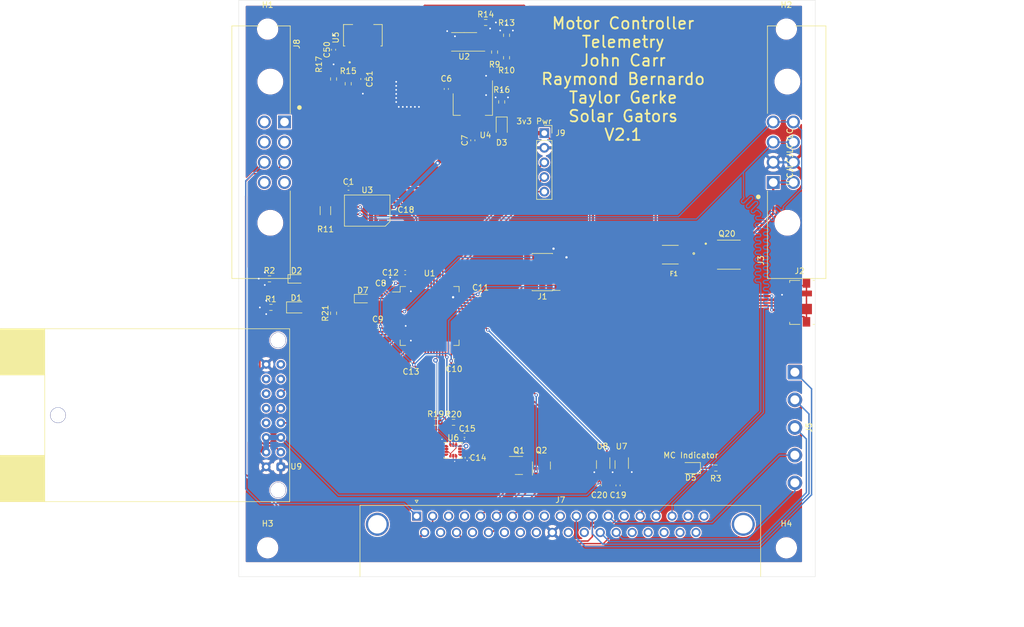
<source format=kicad_pcb>
(kicad_pcb (version 20211014) (generator pcbnew)
  (layers (0 "F.Cu" signal) (31 "B.Cu" signal) (34 "B.Paste" user) (35 "F.Paste" user) (36 "B.SilkS" user "B.Silkscreen") (37 "F.SilkS" user "F.Silkscreen") (38 "B.Mask" user) (39 "F.Mask" user) (44 "Edge.Cuts" user))
  (net 0 "")
  (net 1 "GND")
  (net 2 "+3V3")
  (net 3 "+12V")
  (net 4 "/5v_Reg")
  (net 5 "+5V")
  (net 6 "/Board_OK")
  (net 7 "Net-(D1-Pad1)")
  (net 8 "/Error")
  (net 9 "Net-(D2-Pad1)")
  (net 10 "Net-(D3-Pad1)")
  (net 11 "/Indicator+")
  (net 12 "Net-(D5-Pad1)")
  (net 13 "/NRST")
  (net 14 "/TCK")
  (net 15 "/TMS")
  (net 17 "/D+")
  (net 18 "/D-")
  (net 19 "/5v_USB")
  (net 20 "/CAN-")
  (net 21 "/CAN+")
  (net 22 "/Regen")
  (net 23 "/Accel")
  (net 24 "/Main+")
  (net 25 "/Eco-")
  (net 26 "/Eco+")
  (net 27 "/Main-")
  (net 28 "/PPS")
  (net 29 "/GPS_TxD")
  (net 30 "/GPS_RxD")
  (net 31 "/Eco_En")
  (net 32 "/PWR_STAT")
  (net 33 "/VSNS")
  (net 34 "Net-(R14-Pad1)")
  (net 35 "Net-(C50-Pad1)")
  (net 36 "/SDA_IMU")
  (net 37 "/SCL_IMU")
  (net 38 "/TXD")
  (net 39 "/RXD")
  (net 40 "/Accel_CS")
  (net 41 "/Regen_CS")
  (net 42 "/DAC_MOSI")
  (net 43 "/DAC_SCK")
  (net 44 "/INT2_IMU")
  (net 45 "/RF_Tx")
  (net 46 "/RF_Rx")
  (net 47 "/RTS")
  (net 48 "/CTS")
  (net 49 "/Rev-")
  (net 50 "/Rev+")
  (net 51 "/Rev_En")
  (net 55 "unconnected-(J2-Pad6)")
  (net 56 "Net-(R21-Pad2)")
  (net 57 "/CAN_Fault")
  (net 59 "/Accel-")
  (net 60 "/Accel+")
  (net 61 "/Regen-")
  (net 65 "/MAP_GND")
  (net 66 "/MAP_Bit0")
  (net 67 "/MAP_Bit1")
  (net 68 "/Indicator-")
  (net 71 "/Regen+")
  (net 77 "/MAP_Bit2")
  (net 78 "/MAP_Bit3")
  (net 106 "/IMU_CS")
  (net 112 "/INT1_IMU")
  (net 125 "/12V_safe")
  (net 126 "Net-(F1-Pad1)")
  (footprint "Capacitor_SMD:C_0402_1005Metric" (layer "F.Cu") (at 94.025 92.6 180)
    (fp_text reference "C1")
    (fp_text value "100nF")
  )
  (footprint "Capacitor_SMD:C_0402_1005Metric" (layer "F.Cu") (at 111 75.385 -90)
    (fp_text reference "C6")
    (fp_text value "1uF")
  )
  (footprint "Capacitor_SMD:C_0402_1005Metric" (layer "F.Cu") (at 115.6 84.3 -90)
    (fp_text reference "C7")
    (fp_text value "1uF")
  )
  (footprint "Capacitor_SMD:C_0402_1005Metric" (layer "F.Cu") (at 101.75 109.1 180)
    (fp_text reference "C8")
    (fp_text value "10nF")
  )
  (footprint "Capacitor_SMD:C_0402_1005Metric" (layer "F.Cu") (at 99.1132 116.586 180)
    (fp_text reference "C9")
    (fp_text value "1uF")
  )
  (footprint "Capacitor_SMD:C_0402_1005Metric" (layer "F.Cu") (at 112.3442 122.5804)
    (fp_text reference "C10")
    (fp_text value "100nF")
  )
  (footprint "Capacitor_SMD:C_0402_1005Metric" (layer "F.Cu") (at 116.944 111.0234)
    (fp_text reference "C11")
    (fp_text value "100nF")
  )
  (footprint "Capacitor_SMD:C_0402_1005Metric" (layer "F.Cu") (at 104.8742 123.2662 180)
    (fp_text reference "C13")
    (fp_text value "4.7uF")
  )
  (footprint "Capacitor_SMD:C_0402_1005Metric" (layer "F.Cu") (at 101.91 96.345 -90)
    (fp_text reference "C18")
    (fp_text value "100nF")
  )
  (footprint "MountingHole:MountingHole_3.2mm_M3" (layer "F.Cu") (at 80 65)
    (fp_text reference "H1")
    (fp_text value "MountingHole")
  )
  (footprint "MountingHole:MountingHole_3.2mm_M3" (layer "F.Cu") (at 170 65)
    (fp_text reference "H2")
    (fp_text value "MountingHole")
  )
  (footprint "MountingHole:MountingHole_3.2mm_M3" (layer "F.Cu") (at 170 155)
    (fp_text reference "H4")
    (fp_text value "MountingHole")
  )
  (footprint "Connector_PinHeader_1.27mm:PinHeader_2x05_P1.27mm_Vertical_SMD" (layer "F.Cu") (at 127.6604 107.1626 180)
    (fp_text reference "J1")
    (fp_text value "Conn_ARM_JTAG_SWD_10")
  )
  (footprint "Connector_USB:USB_Micro-B_Molex_47346-0001" (layer "F.Cu") (at 172.29 112.42 90)
    (fp_text reference "J2")
    (fp_text value "USB_B_Micro")
  )
  (footprint "34830-0801 (1):MOLEX_34830-0801" (layer "F.Cu") (at 80.4625 86.36 -90)
    (fp_text reference "J8")
    (fp_text value "34830-0801")
  )
  (footprint "Connector_PinSocket_2.54mm:PinSocket_1x05_P2.54mm_Vertical" (layer "F.Cu") (at 128 83.05)
    (fp_text reference "J9")
    (fp_text value "GPS")
  )
  (footprint "Package_TO_SOT_SMD:SOT-23" (layer "F.Cu") (at 123.5964 140.716)
    (fp_text reference "Q1")
    (fp_text value "Q_NMOS_GDS")
  )
  (footprint "Resistor_SMD:R_0603_1608Metric" (layer "F.Cu") (at 119.38 68.9875 -90)
    (fp_text reference "R9")
    (fp_text value "10k")
  )
  (footprint "Resistor_SMD:R_1206_3216Metric_Pad1.30x1.75mm_HandSolder" (layer "F.Cu") (at 90.025 96.5 -90)
    (fp_text reference "R11")
    (fp_text value "120")
  )
  (footprint "Resistor_SMD:R_0603_1608Metric" (layer "F.Cu") (at 121.4536 66.0674 90)
    (fp_text reference "R13")
    (fp_text value "10k")
  )
  (footprint "Resistor_SMD:R_0603_1608Metric" (layer "F.Cu") (at 117.8275 63.85)
    (fp_text reference "R14")
    (fp_text value "220")
  )
  (footprint "Resistor_SMD:R_0603_1608Metric" (layer "F.Cu") (at 120.612 77.6394 90)
    (fp_text reference "R16")
    (fp_text value "1k")
  )
  (footprint "Resistor_SMD:R_0603_1608Metric" (layer "F.Cu") (at 91.44 73.66 -90)
    (fp_text reference "R17")
    (fp_text value "15k")
  )
  (footprint "Package_QFP:LQFP-64_10x10mm_P0.5mm" (layer "F.Cu") (at 108.106 114.7724)
    (fp_text reference "U1")
    (fp_text value "STM32F072RBTx")
  )
  (footprint "JohnLib:SOIC-8" (layer "F.Cu") (at 97.26676 96.4946 90)
    (fp_text reference "U3")
    (fp_text value "TCAN1042xV")
  )
  (footprint "Package_TO_SOT_SMD:SOT-363_SC-70-6_Handsoldering" (layer "F.Cu") (at 138.2118 140.5544 -90)
    (fp_text reference "U8")
    (fp_text value "LTC2630")
  )
  (footprint "JohnLib:RFD900x" (layer "F.Cu") (at 83.82 146.9898 90)
    (fp_text reference "U9")
    (fp_text value "RFD900x")
  )
  (footprint "LED_SMD:LED_0805_2012Metric" (layer "F.Cu") (at 120.612 81.9347 -90)
    (fp_text reference "D3")
    (fp_text value "Brd_ON")
  )
  (footprint "Package_SO:TSSOP-8_4.4x3mm_P0.65mm" (layer "F.Cu") (at 114.09 67.22 180)
    (fp_text reference "U2")
    (fp_text value "TPS2113")
  )
  (footprint "Resistor_SMD:R_0603_1608Metric" (layer "F.Cu") (at 121.45 69.9725 90)
    (fp_text reference "R10")
    (fp_text value "10k")
  )
  (footprint "Package_TO_SOT_SMD:SOT-223-3_TabPin2" (layer "F.Cu") (at 115.6 78.05 -90)
    (fp_text reference "U4")
    (fp_text value "AMS1117-5.0")
  )
  (footprint "Resistor_SMD:R_0603_1608Metric" (layer "F.Cu") (at 80.5687 113.284)
    (fp_text reference "R1")
    (fp_text value "200")
  )
  (footprint "Resistor_SMD:R_0603_1608Metric" (layer "F.Cu") (at 80.3147 108.331)
    (fp_text reference "R2")
    (fp_text value "200")
  )
  (footprint "LED_SMD:LED_0603_1608Metric" (layer "F.Cu") (at 85.012801 108.346001)
    (fp_text reference "D2")
    (fp_text value "Error")
  )
  (footprint "LED_SMD:LED_0805_2012Metric" (layer "F.Cu") (at 84.9657 113.284)
    (fp_text reference "D1")
    (fp_text value "Board OK")
  )
  (footprint "Package_TO_SOT_SMD:SOT-363_SC-70-6_Handsoldering" (layer "F.Cu") (at 141.4376 140.5544 -90)
    (fp_text reference "U7")
    (fp_text value "LTC2630")
  )
  (footprint "LED_SMD:LED_0805_2012Metric" (layer "F.Cu") (at 153.4133 141.1732 180)
    (fp_text reference "D5")
    (fp_text value "Board OK")
  )
  (footprint "Resistor_SMD:R_0603_1608Metric" (layer "F.Cu") (at 157.7595 141.1732 180)
    (fp_text reference "R3")
    (fp_text value "200")
  )
  (footprint "Package_TO_SOT_SMD:SOT-23" (layer "F.Cu") (at 127.5 140.7254 90)
    (fp_text reference "Q2")
    (fp_text value "Q_NMOS_GDS")
  )
  (footprint "MountingHole:MountingHole_3.2mm_M3" (layer "F.Cu") (at 80 155)
    (fp_text reference "H3")
    (fp_text value "MountingHole")
  )
  (footprint "Capacitor_SMD:C_0402_1005Metric" (layer "F.Cu") (at 103.865 107.25 180)
    (fp_text reference "C12")
    (fp_text value "100nF")
  )
  (footprint "Resistor_SMD:R_0603_1608Metric" (layer "F.Cu") (at 93.98 74.485 -90)
    (fp_text reference "R15")
    (fp_text value "5.1k")
  )
  (footprint "Capacitor_SMD:C_0402_1005Metric" (layer "F.Cu") (at 91.44 68.58 90)
    (fp_text reference "C50")
    (fp_text value "10uF")
  )
  (footprint "Connector_Dsub:DSUB-37_Male_Horizontal_P2.77x2.84mm_EdgePinOffset7.70mm_Housed_MountingHolesOffset9.12mm" (layer "F.Cu") (at 105.85 149.5)
    (fp_text reference "J7")
    (fp_text value "DB37_Male_MountingHoles")
  )
  (footprint "Capacitor_SMD:C_0402_1005Metric" (layer "F.Cu") (at 96.52 73.66 -90)
    (fp_text reference "C51")
    (fp_text value "10uF")
  )
  (footprint "34830-0801 (1):MOLEX_34830-0801" (layer "F.Cu") (at 170.18 86.36 90)
    (fp_text reference "J3")
    (fp_text value "34830-0801")
  )
  (footprint "AO4407A (1):SOIC127P600X175-8N" (layer "F.Cu") (at 160.02 104.14)
    (fp_text reference "Q20")
    (fp_text value "AO4407A")
  )
  (footprint "Resistor_SMD:R_0603_1608Metric" (layer "F.Cu") (at 112.25 133.22 180)
    (fp_text reference "R20")
    (fp_text value "2.2k")
  )
  (footprint "AMS1117 (1):SOT229P700X180-4N" (layer "F.Cu") (at 96.52 66.0674 90)
    (fp_text reference "U5")
    (fp_text value "AMS1117")
  )
  (footprint "LED_SMD:LED_0603_1608Metric" (layer "F.Cu") (at 96.52 111.76)
    (fp_text reference "D7")
    (fp_text value "CAN ERR")
  )
  (footprint "FUSE_1812L200_12DR:FUSE_1812L200_12DR" (layer "F.Cu") (at 149.86 104.14 180)
    (fp_text reference "F1")
    (fp_text value "SMD1812P300TF")
  )
  (footprint "Capacitor_SMD:C_0402_1005Metric" (layer "F.Cu") (at 140.8 144.18 -90)
    (fp_text reference "C19")
    (fp_text value "100nF")
  )
  (footprint "Capacitor_SMD:C_0402_1005Metric" (layer "F.Cu") (at 137.55 144.17 -90)
    (fp_text reference "C20")
    (fp_text value "100nF")
  )
  (footprint "Capacitor_SMD:C_0402_1005Metric" (layer "F.Cu") (at 114.625 139.38 90)
    (fp_text reference "C14")
    (fp_text value "10nF")
  )
  (footprint "Resistor_SMD:R_0603_1608Metric" (layer "F.Cu") (at 91.44 114.3 90)
    (fp_text reference "R21")
    (fp_text value "200")
  )
  (footprint "Capacitor_SMD:C_0402_1005Metric" (layer "F.Cu") (at 114.155 135.475)
    (fp_text reference "C15")
    (fp_text value "100nF")
  )
  (footprint "Package_LGA:LGA-14_3x2.5mm_P0.5mm_LayoutBorder3x4y" (layer "F.Cu") (at 112.2 138.1)
    (fp_text reference "U6")
    (fp_text value "LSM6DS3")
  )
  (footprint "Resistor_SMD:R_0603_1608Metric" (layer "F.Cu") (at 109.15 133.22)
    (fp_text reference "R19")
    (fp_text value "2.2k")
  )
  (footprint "Connector_Wire:SolderWire-0.75sqmm_1x05_P4.8mm_D1.25mm_OD2.3mm" (layer "F.Cu") (at 171.475 124.525 -90)
    (fp_text reference "J5")
    (fp_text value "Conn_01x05")
  )
  (gr_line (start 175 160) (end 75 160) (layer "Edge.Cuts") (width 0.05))
  (gr_line (start 75 160) (end 75 60) (layer "Edge.Cuts") (width 0.05))
  (gr_line (start 175 60) (end 175 160) (layer "Edge.Cuts") (width 0.05))
  (gr_line (start 75 60) (end 175 60) (layer "Edge.Cuts") (width 0.05))
  (gr_text "\n" (at 162.5 86.1) (layer "F.SilkS") (effects (font (size 0.95 1))))
  (gr_text "MC Indicator" (at 153.43 138.95) (layer "F.SilkS") (effects (font (size 1 1))))
  (gr_text "JLCJLCJLCJLC" (at 170.625 87.325 90) (layer "F.SilkS") (effects (font (size 1 1))))
  (gr_text "\n" (at 87.5 86.1) (layer "F.SilkS") (effects (font (size 0.95 1))))
  (gr_text "3v3 Pwr" (at 126.22 80.99) (layer "F.SilkS") (effects (font (size 1 1))))
  (gr_text "Motor Controller\nTelemetry\nJohn Carr\nRaymond Bernardo\nTaylor Gerke\nSolar Gators\nV2.1" (at 141.675 73.66) (layer "F.SilkS") (effects (font (size 2 2) (thickness 0.3))))
  (segment (start 112.7 139.75) (end 112.7 139.0125) (width 0.127) (layer "F.Cu") (net 1))
  (segment (start 112.2 139.75) (end 112.45 140) (width 0.127) (layer "F.Cu") (net 1))
  (segment (start 112.45 140) (end 112.7 139.75) (width 0.127) (layer "F.Cu") (net 1))
  (segment (start 112.2 139.0125) (end 112.2 139.75) (width 0.127) (layer "F.Cu") (net 1))
  (via (at 131.85 104.6) (size 0.8) (drill 0.4) (layers "F.Cu" "B.Cu") (net 1))
  (via (at 104.85 119.05) (size 0.6) (drill 0.3) (layers "F.Cu" "B.Cu") (net 1))
  (via (at 102.3 74.85) (size 0.6) (drill 0.3) (layers "F.Cu" "B.Cu") (net 1))
  (via (at 120.35 65.25) (size 0.6) (drill 0.3) (layers "F.Cu" "B.Cu") (net 1))
  (via (at 112.175 111.525) (size 0.8) (drill 0.4) (layers "F.Cu" "B.Cu") (net 1))
  (via (at 169.25 111.1) (size 0.6) (drill 0.3) (layers "F.Cu" "B.Cu") (net 1))
  (via (at 110.25 136.175) (size 0.4) (drill 0.2) (layers "F.Cu" "B.Cu") (net 1))
  (via (at 102.75 78.5) (size 0.6) (drill 0.3) (layers "F.Cu" "B.Cu") (net 1))
  (via (at 143.1798 141.859) (size 0.6) (drill 0.3) (layers "F.Cu" "B.Cu") (net 1))
  (via (at 102.3 74.15) (size 0.6) (drill 0.3) (layers "F.Cu" "B.Cu") (net 1))
  (via (at 122.55 65.25) (size 0.6) (drill 0.3) (layers "F.Cu" "B.Cu") (net 1))
  (via (at 112.5 66.25) (size 0.6) (drill 0.3) (layers "F.Cu" "B.Cu") (net 1))
  (via (at 112.45 140) (size 0.4) (drill 0.2) (layers "F.Cu" "B.Cu") (net 1))
  (via (at 105.55 78.5) (size 0.6) (drill 0.3) (layers "F.Cu" "B.Cu") (net 1))
  (via (at 136.6774 141.8844) (size 0.6) (drill 0.3) (layers "F.Cu" "B.Cu") (net 1))
  (via (at 101.25 108.1) (size 0.6) (drill 0.3) (layers "F.Cu" "B.Cu") (net 1))
  (via (at 129.6 103.1) (size 0.8) (drill 0.4) (layers "F.Cu" "B.Cu") (net 1))
  (via (at 100.35 109.1) (size 0.6) (drill 0.3) (layers "F.Cu" "B.Cu") (net 1))
  (via (at 102.3 75.55) (size 0.6) (drill 0.3) (layers "F.Cu" "B.Cu") (net 1))
  (via (at 91.44 66.04) (size 0.6) (drill 0.3) (layers "F.Cu" "B.Cu") (net 1))
  (via (at 139.8524 141.8844) (size 0.6) (drill 0.3) (layers "F.Cu" "B.Cu") (net 1))
  (via (at 102.3 77.65) (size 0.6) (drill 0.3) (layers "F.Cu" "B.Cu") (net 1))
  (via (at 102.3 76.95) (size 0.6) (drill 0.3) (layers "F.Cu" "B.Cu") (net 1))
  (via (at 104.15 78.5) (size 0.6) (drill 0.3) (layers "F.Cu" "B.Cu") (net 1))
  (via (at 119.55 76.85) (size 0.6) (drill 0.3) (layers "F.Cu" "B.Cu") (net 1))
  (via (at 121.7 76.85) (size 0.6) (drill 0.3) (layers "F.Cu" "B.Cu") (net 1))
  (via (at 78.65 113.3) (size 0.6) (drill 0.3) (layers "F.Cu" "B.Cu") (net 1))
  (via (at 111.15 65.35) (size 0.6) (drill 0.3) (layers "F.Cu" "B.Cu") (net 1))
  (via (at 113.9 134.725) (size 0.4) (drill 0.2) (layers "F.Cu" "B.Cu") (net 1))
  (via (at 79.5 109.4) (size 0.6) (drill 0.3) (layers "F.Cu" "B.Cu") (net 1))
  (via (at 117.9 73.1) (size 0.6) (drill 0.3) (layers "F.Cu" "B.Cu") (net 1))
  (via (at 78.45 108.3) (size 0.6) (drill 0.3) (layers "F.Cu" "B.Cu") (net 1))
  (via (at 117.9 76.45) (size 0.6) (drill 0.3) (layers "F.Cu" "B.Cu") (net 1))
  (via (at 114.15 136.175) (size 0.4) (drill 0.2) (layers "F.Cu" "B.Cu") (net 1))
  (via (at 104.85 110.5) (size 0.6) (drill 0.3) (layers "F.Cu" "B.Cu") (net 1))
  (via (at 103.45 78.5) (size 0.6) (drill 0.3) (layers "F.Cu" "B.Cu") (net 1))
  (via (at 114.625 139.875) (size 0.4) (drill 0.2) (layers "F.Cu" "B.Cu") (net 1))
  (via (at 102.3 76.25) (size 0.6) (drill 0.3) (layers "F.Cu" "B.Cu") (net 1))
  (via (at 120.6 75.65) (size 0.6) (drill 0.3) (layers "F.Cu" "B.Cu") (net 1))
  (via (at 106.25 78.5) (size 0.6) (drill 0.3) (layers "F.Cu" "B.Cu") (net 1))
  (via (at 79.75 112.1) (size 0.6) (drill 0.3) (layers "F.Cu" "B.Cu") (net 1))
  (via (at 118.6 64.9) (size 0.6) (drill 0.3) (layers "F.Cu" "B.Cu") (net 1))
  (via (at 79.5 107.2) (size 0.6) (drill 0.3) (layers "F.Cu" "B.Cu") (net 1))
  (via (at 91.44 71.12) (size 0.6) (drill 0.3) (layers "F.Cu" "B.Cu") (net 1))
  (via (at 119.6 63.85) (size 0.6) (drill 0.3) (layers "F.Cu" "B.Cu") (net 1))
  (via (at 96.52 76.2) (size 0.6) (drill 0.3) (layers "F.Cu" "B.Cu") (net 1))
  (via (at 104.85 78.5) (size 0.6) (drill 0.3) (layers "F.Cu" "B.Cu") (net 1))
  (via (at 79.75 114.45) (size 0.6) (drill 0.3) (layers "F.Cu" "B.Cu") (net 1))
  (via (at 121.45 64.25) (size 0.6) (drill 0.3) (layers "F.Cu" "B.Cu") (net 1))
  (via (at 103.95 116.5) (size 0.6) (drill 0.3) (layers "F.Cu" "B.Cu") (net 1))
  (segment (start 167.72 88.11) (end 171.22 88.11) (width 0.4) (layer "B.Cu") (net 1))
  (segment (start 105.3592 123.2662) (end 105.3592 120.4506) (width 0.25) (layer "F.Cu") (net 2))
  (segment (start 111.8592 122.5804) (end 111.8592 120.4506) (width 0.25) (layer "F.Cu") (net 2))
  (segment (start 111.7 138.671968) (end 111.378032 138.35) (width 0.127) (layer "F.Cu") (net 2))
  (segment (start 108.325 133.22) (end 108.325 126.232) (width 0.25) (layer "F.Cu") (net 2))
  (segment (start 102.431 117.0224) (end 100.03462 117.0224) (width 0.25) (layer "F.Cu") (net 2))
  (segment (start 114.545 133.22) (end 115.55 134.225) (width 0.25) (layer "F.Cu") (net 2))
  (segment (start 113.3625 138.85) (end 114.575 138.85) (width 0.127) (layer "F.Cu") (net 2))
  (segment (start 115.55 134.225) (end 115.55 137.975) (width 0.25) (layer "F.Cu") (net 2))
  (segment (start 111.8592 122.5804) (end 111.8592 132.0042) (width 0.25) (layer "F.Cu") (net 2))
  (segment (start 111.7 138.686613) (end 112.7 137.686613) (width 0.127) (layer "F.Cu") (net 2))
  (segment (start 115.6 74.9) (end 115.6 81.2) (width 0.75) (layer "F.Cu") (net 2))
  (segment (start 113.075 134.875) (end 113.075 133.22) (width 0.127) (layer "F.Cu") (net 2))
  (segment (start 115.6 83.815) (end 115.6 81.2) (width 0.75) (layer "F.Cu") (net 2))
  (segment (start 104.356 109.0974) (end 102.2376 109.0974) (width 0.25) (layer "F.Cu") (net 2))
  (segment (start 113.075 133.22) (end 114.545 133.22) (width 0.25) (layer "F.Cu") (net 2))
  (segment (start 135.905001 104.237999) (end 130.4404 109.7026) (width 0.25) (layer "F.Cu") (net 2))
  (segment (start 111.378032 138.35) (end 111.0375 138.35) (width 0.127) (layer "F.Cu") (net 2))
  (segment (start 111.8592 132.0042) (end 113.075 133.22) (width 0.25) (layer "F.Cu") (net 2))
  (segment (start 135.905001 90.955001) (end 135.905001 104.237999) (width 0.25) (layer "F.Cu") (net 2))
  (segment (start 120.7648 83.05) (end 120.612 82.8972) (width 0.75) (layer "F.Cu") (net 2))
  (segment (start 112.6952 92.6) (end 120.612 84.6832) (width 0.4) (layer "F.Cu") (net 2))
  (segment (start 111.0375 137.85) (end 111.0375 138.35) (width 0.127) (layer "F.Cu") (net 2))
  (segment (start 114.575 138.85) (end 114.625 138.9) (width 0.127) (layer "F.Cu") (net 2))
  (segment (start 113.675 135.475) (end 113.075 134.875) (width 0.127) (layer "F.Cu") (net 2))
  (segment (start 111.7 139.0125) (end 111.7 138.671968) (width 0.127) (layer "F.Cu") (net 2))
  (segment (start 108.325 126.232) (end 105.3592 123.2662) (width 0.25) (layer "F.Cu") (net 2))
  (segment (start 112.7 137.686613) (end 112.7 137.1875) (width 0.127) (layer "F.Cu") (net 2))
  (segment (start 100.03462 117.0224) (end 99.5982 116.58598) (width 0.25) (layer "F.Cu") (net 2))
  (segment (start 113.675 135.475) (end 112.7 136.45) (width 0.127) (layer "F.Cu") (net 2))
  (segment (start 94.51676 94.5896) (end 94.51676 92.60676) (width 0.25) (layer "F.Cu") (net 2))
  (segment (start 94.51 92.6) (end 112.6952 92.6) (width 0.4) (layer "F.Cu") (net 2))
  (segment (start 128 83.05) (end 120.7648 83.05) (width 0.75) (layer "F.Cu") (net 2))
  (segment (start 120.612 84.6832) (end 120.612 82.8972) (width 0.4) (layer "F.Cu") (net 2))
  (segment (start 119.6942 83.815) (end 120.612 82.8972) (width 0.75) (layer "F.Cu") (net 2))
  (segment (start 128 83.05) (end 135.905001 90.955001) (width 0.25) (layer "F.Cu") (net 2))
  (segment (start 113.781 111.0224) (end 116.458 111.0224) (width 0.25) (layer "F.Cu") (net 2))
  (segment (start 104.35 107.25) (end 104.35 109.0914) (width 0.25) (layer "F.Cu") (net 2))
  (segment (start 111.0375 137.35) (end 111.0375 137.85) (width 0.127) (layer "F.Cu") (net 2))
  (segment (start 112.7 136.45) (end 112.7 137.1875) (width 0.127) (layer "F.Cu") (net 2))
  (segment (start 115.6 83.815) (end 119.6942 83.815) (width 0.75) (layer "F.Cu") (net 2))
  (segment (start 115.55 137.975) (end 114.625 138.9) (width 0.25) (layer "F.Cu") (net 2))
  (via (at 105.3592 123.2662) (size 0.6) (drill 0.3) (layers "F.Cu" "B.Cu") (net 2))
  (via (at 111.8592 122.5804) (size 0.6) (drill 0.3) (layers "F.Cu" "B.Cu") (net 2))
  (via (at 102.235 109.1) (size 0.6) (drill 0.3) (layers "F.Cu" "B.Cu") (net 2))
  (via (at 116.459 111.0234) (size 0.6) (drill 0.3) (layers "F.Cu" "B.Cu") (net 2))
  (via (at 99.5982 116.58598) (size 0.6) (drill 0.3) (layers "F.Cu" "B.Cu") (net 2))
  (via (at 129.6104 109.7026) (size 0.6) (drill 0.3) (layers "F.Cu" "B.Cu") (net 2))
  (segment (start 129.6104 109.7026) (end 117.7798 109.7026) (width 0.25) (layer "B.Cu") (net 2))
  (segment (start 99.5982 117.5052) (end 99.5982 116.58598) (width 0.25) (layer "B.Cu") (net 2))
  (segment (start 107.330401 121.294999) (end 105.3592 123.2662) (width 0.25) (layer "B.Cu") (net 2))
  (segment (start 111.8592 122.5804) (end 111.8592 121.754598) (width 0.25) (layer "B.Cu") (net 2))
  (segment (start 99.5982 111.7368) (end 99.5982 116.58598) (width 0.25) (layer "B.Cu") (net 2))
  (segment (start 111.399601 121.294999) (end 111.399601 115.57498) (width 0.25) (layer "B.Cu") (net 2))
  (segment (start 111.399601 121.294999) (end 107.330401 121.294999) (width 0.25) (layer "B.Cu") (net 2))
  (segment (start 117.7798 109.7026) (end 116.459 111.0234) (width 0.25) (layer "B.Cu") (net 2))
  (segment (start 105.3592 123.2662) (end 99.5982 117.5052) (width 0.25) (layer "B.Cu") (net 2))
  (segment (start 111.399601 115.57498) (end 115.951181 111.0234) (width 0.25) (layer "B.Cu") (net 2))
  (segment (start 111.8592 121.754598) (end 111.399601 121.294999) (width 0.25) (layer "B.Cu") (net 2))
  (segment (start 115.951181 111.0234) (end 116.459 111.0234) (width 0.25) (layer "B.Cu") (net 2))
  (segment (start 102.235 109.1) (end 99.5982 111.7368) (width 0.25) (layer "B.Cu") (net 2))
  (segment (start 162.495 103.505) (end 162.495 104.775) (width 0.4) (layer "F.Cu") (net 3))
  (segment (start 162.495 102.235) (end 162.495 103.505) (width 0.4) (layer "F.Cu") (net 3))
  (segment (start 167.72 97.01) (end 167.72 91.61) (width 0.4) (layer "F.Cu") (net 3))
  (segment (start 162.495 102.235) (end 167.72 97.01) (width 0.4) (layer "F.Cu") (net 3))
  (segment (start 162.495 104.775) (end 162.495 106.045) (width 0.4) (layer "F.Cu") (net 3))
  (segment (start 167.72 91.61) (end 171.22 91.61) (width 0.4) (layer "B.Cu") (net 3))
  (segment (start 96.11 73.18) (end 93.98 75.31) (width 0.4) (layer "F.Cu") (net 4))
  (segment (start 96.52 73.18) (end 96.11 73.18) (width 0.4) (layer "F.Cu") (net 4))
  (segment (start 109.405 66.895) (end 111.14 66.895) (width 0.4) (layer "F.Cu") (net 4))
  (segment (start 96.52 73.18) (end 103.12 73.18) (width 0.4) (layer "F.Cu") (net 4))
  (segment (start 103.12 73.18) (end 109.405 66.895) (width 0.4) (layer "F.Cu") (net 4))
  (segment (start 96.52 69.4124) (end 96.52 73.18) (width 0.4) (layer "F.Cu") (net 4))
  (segment (start 79.504498 138.4098) (end 77.08 135.985302) (width 1) (layer "F.Cu") (net 5))
  (segment (start 111 74.9) (end 113.3 74.9) (width 0.4) (layer "F.Cu") (net 5))
  (segment (start 113.124999 76.825001) (end 113.124999 84.625001) (width 0.75) (layer "F.Cu") (net 5))
  (segment (start 78.8 105.26) (end 77.08 106.98) (width 0.75) (layer "F.Cu") (net 5))
  (segment (start 111.14 67.545) (end 110.014999 67.545001) (width 0.4) (layer "F.Cu") (net 5))
  (segment (start 110.014999 67.545001) (end 110.014999 71.614999) (width 0.4) (layer "F.Cu") (net 5))
  (segment (start 97.01 105.26) (end 78.8 105.26) (width 0.75) (layer "F.Cu") (net 5))
  (segment (start 97.93 104.34) (end 97.93 96.51) (width 0.75) (layer "F.Cu") (net 5))
  (segment (start 100.01676 95.8596) (end 101.9096 95.8596) (width 0.75) (layer "F.Cu") (net 5))
  (segment (start 113.3 74.9) (end 113.3 76.65) (width 0.75) (layer "F.Cu") (net 5))
  (segment (start 140.631599 140.809399) (end 140.7876 140.9654) (width 0.25) (layer "F.Cu") (net 5))
  (segment (start 137.751799 140.809399) (end 140.631599 140.809399) (width 0.25) (layer "F.Cu") (net 5))
  (segment (start 113.3 76.65) (end 113.124999 76.825001) (width 0.75) (layer "F.Cu") (net 5))
  (segment (start 140.7876 141.8844) (end 140.7876 143.6876) (width 0.25) (layer "F.Cu") (net 5))
  (segment (start 115.665 69.775) (end 119.38 69.775) (width 0.25) (layer "F.Cu") (net 5))
  (segment (start 137.5618 140.999398) (end 137.751799 140.809399) (width 0.25) (layer "F.Cu") (net 5))
  (segment (start 113.435 67.545) (end 115.665 69.775) (width 0.25) (layer "F.Cu") (net 5))
  (segment (start 77.08 135.985302) (end 77.08 106.98) (width 1) (layer "F.Cu") (net 5))
  (segment (start 110.014999 71.614999) (end 113.3 74.9) (width 0.4) (layer "F.Cu") (net 5))
  (segment (start 113.124999 84.625001) (end 109.5 88.25) (width 0.75) (layer "F.Cu") (net 5))
  (segment (start 98.5804 95.8596) (end 100.01676 95.8596) (width 0.75) (layer "F.Cu") (net 5))
  (segment (start 137.55 143.7) (end 137.55 141.8962) (width 0.25) (layer "F.Cu") (net 5))
  (segment (start 111.14 67.545) (end 113.435 67.545) (width 0.25) (layer "F.Cu") (net 5))
  (segment (start 137.5618 141.8844) (end 137.5618 140.999398) (width 0.25) (layer "F.Cu") (net 5))
  (segment (start 140.7876 140.9654) (end 140.7876 141.8844) (width 0.25) (layer "F.Cu") (net 5))
  (segment (start 97.01 105.26) (end 97.93 104.34) (width 0.75) (layer "F.Cu") (net 5))
  (segment (start 97.93 96.51) (end 98.5804 95.8596) (width 0.75) (layer "F.Cu") (net 5))
  (via (at 137.55 143.7) (size 0.4) (drill 0.2) (layers "F.Cu" "B.Cu") (net 5))
  (via (at 101.91 95.86) (size 0.6) (drill 0.3) (layers "F.Cu" "B.Cu") (net 5))
  (via (at 109.5 88.25) (size 0.8) (drill 0.4) (layers "F.Cu" "B.Cu") (net 5))
  (segment (start 79.74 135.8698) (end 82.28 135.8698) (width 1) (layer "B.Cu") (net 5))
  (segment (start 79.74 138.4098) (end 79.74 135.8698) (width 1) (layer "B.Cu") (net 5))
  (segment (start 101.91 95.86) (end 101.91 95.84) (width 0.25) (layer "B.Cu") (net 5))
  (segment (start 137.55 143.7) (end 135.375 145.875) (width 0.25) (layer "B.Cu") (net 5))
  (segment (start 92.2852 145.875) (end 82.28 135.8698) (width 0.25) (layer "B.Cu") (net 5))
  (segment (start 101.91 95.84) (end 109.5 88.25) (width 0.75) (layer "B.Cu") (net 5))
  (segment (start 135.375 145.875) (end 92.2852 145.875) (width 0.25) (layer "B.Cu") (net 5))
  (segment (start 102.431 112.0224) (end 101.455276 112.0224) (width 0.25) (layer "F.Cu") (net 6))
  (segment (start 101.455276 112.0224) (end 99.102396 109.66952) (width 0.25) (layer "F.Cu") (net 6))
  (segment (start 89.54268 109.66952) (end 85.9282 113.284) (width 0.25) (layer "F.Cu") (net 6))
  (segment (start 99.102396 109.66952) (end 89.54268 109.66952) (width 0.25) (layer "F.Cu") (net 6))
  (segment (start 81.3562 113.284) (end 84.0032 113.284) (width 0.25) (layer "F.Cu") (net 7))
  (segment (start 99.288594 109.22) (end 101.590994 111.5224) (width 0.25) (layer "F.Cu") (net 8))
  (segment (start 85.825301 108.346001) (end 86.6993 109.22) (width 0.25) (layer "F.Cu") (net 8))
  (segment (start 86.6993 109.22) (end 99.288594 109.22) (width 0.25) (layer "F.Cu") (net 8))
  (segment (start 101.590994 111.5224) (end 102.431 111.5224) (width 0.25) (layer "F.Cu") (net 8))
  (segment (start 81.1022 108.331) (end 84.1853 108.331) (width 0.25) (layer "F.Cu") (net 9))
  (segment (start 120.612 78.4269) (end 120.612 80.9722) (width 0.25) (layer "F.Cu") (net 10))
  (segment (start 152.4508 141.1732) (end 144.63 148.994) (width 0.25) (layer "F.Cu") (net 11))
  (segment (start 154.3758 141.1732) (end 156.972 141.1732) (width 0.25) (layer "F.Cu") (net 12))
  (segment (start 103.7336 114.0206) (end 102.4328 114.0206) (width 0.25) (layer "F.Cu") (net 13))
  (via (at 103.7336 114.0206) (size 0.6) (drill 0.3) (layers "F.Cu" "B.Cu") (net 13))
  (via (at 125.73 104.6226) (size 0.6) (drill 0.3) (layers "F.Cu" "B.Cu") (net 13))
  (segment (start 113.1316 104.6226) (end 103.7336 114.0206) (width 0.25) (layer "B.Cu") (net 13))
  (segment (start 125.73 104.6226) (end 113.1316 104.6226) (width 0.25) (layer "B.Cu") (net 13))
  (segment (start 112.5208 108.4326) (end 111.856 109.0974) (width 0.25) (layer "F.Cu") (net 14))
  (segment (start 125.7104 108.4326) (end 112.5208 108.4326) (width 0.25) (layer "F.Cu") (net 14))
  (segment (start 125.7104 109.7026) (end 124.2604 109.7026) (width 0.25) (layer "F.Cu") (net 15))
  (segment (start 113.781 112.0224) (end 121.9406 112.0224) (width 0.25) (layer "F.Cu") (net 15))
  (segment (start 124.2604 109.7026) (end 121.9406 112.0224) (width 0.25) (layer "F.Cu") (net 15))
  (segment (start 169.877598 112.5224) (end 169.879999 112.519999) (width 0.25) (layer "F.Cu") (net 17))
  (segment (start 169.879999 112.519999) (end 170.730001 112.519999) (width 0.25) (layer "F.Cu") (net 17))
  (segment (start 113.781 112.5224) (end 169.877598 112.5224) (width 0.25) (layer "F.Cu") (net 17))
  (segment (start 170.7824 113.0224) (end 113.781 113.0224) (width 0.25) (layer "F.Cu") (net 18))
  (segment (start 113.08 70.76) (end 121.45 70.76) (width 0.4) (layer "F.Cu") (net 19))
  (segment (start 136.429521 100.869521) (end 146.885 111.325) (width 0.4) (layer "F.Cu") (net 19))
  (segment (start 136.429521 85.739521) (end 136.429521 100.869521) (width 0.4) (layer "F.Cu") (net 19))
  (segment (start 111.14 68.195) (end 111.14 68.82) (width 0.4) (layer "F.Cu") (net 19))
  (segment (start 167.45 113.725) (end 170.825 113.725) (width 0.4) (layer "F.Cu") (net 19))
  (segment (start 111.14 68.82) (end 113.08 70.76) (width 0.4) (layer "F.Cu") (net 19))
  (segment (start 146.885 111.325) (end 167.45 111.325) (width 0.4) (layer "F.Cu") (net 19))
  (segment (start 121.45 70.76) (end 136.429521 85.739521) (width 0.4) (layer "F.Cu") (net 19))
  (via (at 167.45 111.325) (size 0.6) (drill 0.3) (layers "F.Cu" "B.Cu") (net 19))
  (via (at 167.45 113.725) (size 0.6) (drill 0.3) (layers "F.Cu" "B.Cu") (net 19))
  (segment (start 167.45 111.325) (end 167.45 113.725) (width 0.4) (layer "B.Cu") (net 19))
  (segment (start 92.07394 94.95) (end 92.98354 95.8596) (width 0.25) (layer "F.Cu") (net 20))
  (segment (start 90.025 94.95) (end 92.07394 94.95) (width 0.25) (layer "F.Cu") (net 20))
  (segment (start 92.98354 95.8596) (end 94.51676 95.8596) (width 0.25) (layer "F.Cu") (net 20))
  (segment (start 96.0396 95.8596) (end 96.04 95.86) (width 0.25) (layer "F.Cu") (net 20))
  (segment (start 94.51676 95.8596) (end 96.0396 95.8596) (width 0.25) (layer "F.Cu") (net 20))
  (via (at 96.04 95.86) (size 0.6) (drill 0.3) (layers "F.Cu" "B.Cu") (net 20))
  (segment (start 150.17 147.366397) (end 150.17 149.5) (width 0.2) (layer "B.Cu") (net 20))
  (segment (start 167.277758 98.037183) (end 167.277756 98.037182) (width 0.2) (layer "B.Cu") (net 20))
  (segment (start 167.22925 97.140144) (end 167.702021 97.612915) (width 0.2) (layer "B.Cu") (net 20))
  (segment (start 166.32 112.794938) (end 166.5886 112.794938) (width 0.2) (layer "B.Cu") (net 20))
  (segment (start 168.161645 97.224007) (end 168.161643 97.224008) (width 0.2) (layer "B.Cu") (net 20))
  (segment (start 96.04 95.86) (end 97.729999 97.549999) (width 0.2) (layer "B.Cu") (net 20))
  (segment (start 166.6886 109.794938) (end 166.32 109.794938) (width 0.2) (layer "B.Cu") (net 20))
  (segment (start 166.6886 103.794938) (end 166.32 103.794938) (width 0.2) (layer "B.Cu") (net 20))
  (segment (start 166.32 106.794938) (end 166.6886 106.794938) (width 0.2) (layer "B.Cu") (net 20))
  (segment (start 166.32 100.794938) (end 166.6886 100.794938) (width 0.2) (layer "B.Cu") (net 20))
  (segment (start 166.65246 98.662475) (end 166.02 99.294938) (width 0.2) (layer "B.Cu") (net 20))
  (segment (start 166.674664 97.836152) (end 166.674664 97.836151) (width 0.2) (layer "B.Cu") (net 20))
  (segment (start 97.729999 97.549999) (end 102.63 97.55) (width 0.2) (layer "B.Cu") (net 20))
  (segment (start 167.832342 98.003876) (end 167.668717 98.167502) (width 0.2) (layer "B.Cu") (net 20))
  (segment (start 166.6886 110.994938) (end 166.32 110.994938) (width 0.2) (layer "B.Cu") (net 20))
  (segment (start 166.652459 98.662476) (end 166.65246 98.662475) (width 0.2) (layer "B.Cu") (net 20))
  (segment (start 166.32 104.394938) (end 166.6886 104.394938) (width 0.2) (layer "B.Cu") (net 20))
  (segment (start 166.02 113.725019) (end 166.02 131.516397) (width 0.2) (layer "B.Cu") (net 20))
  (segment (start 167.277756 98.037182) (end 167.076725 97.836151) (width 0.2) (layer "B.Cu") (net 20))
  (segment (start 166.02 113.694938) (end 166.02 113.725019) (width 0.2) (layer "B.Cu") (net 20))
  (segment (start 151.280001 97.549999) (end 167.72 81.11) (width 0.2) (layer "B.Cu") (net 20))
  (segment (start 105.650001 97.549999) (end 151.280001 97.549999) (width 0.2) (layer "B.Cu") (net 20))
  (segment (start 166.6886 106.194938) (end 166.32 106.194938) (width 0.2) (layer "B.Cu") (net 20))
  (segment (start 166.6886 108.594938) (end 166.32 108.594938) (width 0.2) (layer "B.Cu") (net 20))
  (segment (start 166.6886 100.194938) (end 166.32 100.194938) (width 0.2) (layer "B.Cu") (net 20))
  (segment (start 172.644511 92.670427) (end 169.487469 95.827469) (width 0.2) (layer "B.Cu") (net 20))
  (segment (start 166.32 111.594938) (end 166.5886 111.594938) (width 0.2) (layer "B.Cu") (net 20))
  (segment (start 167.72 81.11) (end 171.22 81.11) (width 0.2) (layer "B.Cu") (net 20))
  (segment (start 166.32 110.394938) (end 166.6886 110.394938) (width 0.2) (layer "B.Cu") (net 20))
  (segment (start 166.6886 102.594938) (end 166.32 102.594938) (width 0.2) (layer "B.Cu") (net 20))
  (segment (start 168.974816 96.340122) (end 168.502044 95.86735) (width 0.2) (layer "B.Cu") (net 20))
  (segment (start 169.487469 96.136617) (end 169.217778 96.406309) (width 0.2) (layer "B.Cu") (net 20))
  (segment (start 168.585907 96.870454) (end 168.232355 97.224007) (width 0.2) (layer "B.Cu") (net 20))
  (segment (start 166.6886 104.994938) (end 166.32 104.994938) (width 0.2) (layer "B.Cu") (net 20))
  (segment (start 166.32 109.194938) (end 166.6886 109.194938) (width 0.2) (layer "B.Cu") (net 20))
  (segment (start 166.5886 112.194938) (end 166.32 112.194938) (width 0.2) (layer "B.Cu") (net 20))
  (segment (start 167.408077 98.167502) (end 167.277758 98.037183) (width 0.2) (layer "B.Cu") (net 20))
  (segment (start 166.32 99.594938) (end 166.6886 99.594938) (width 0.2) (layer "B.Cu") (net 20))
  (segment (start 168.550551 96.764385) (end 168.585908 96.799742) (width 0.2) (layer "B.Cu") (net 20))
  (segment (start 168.585907 96.870453) (end 168.585907 96.870454) (width 0.2) (layer "B.Cu") (net 20))
  (segment (start 166.652461 98.260415) (end 166.65246 98.260415) (width 0.2) (layer "B.Cu") (net 20))
  (segment (start 168.161643 97.224008) (end 167.653514 96.71588) (width 0.2) (layer "B.Cu") (net 20))
  (segment (start 166.32 105.594938) (end 166.6886 105.594938) (width 0.2) (layer "B.Cu") (net 20))
  (segment (start 169.48747 96.136616) (end 169.487469 96.136617) (width 0.2) (layer "B.Cu") (net 20))
  (segment (start 102.63 97.55) (end 105.650001 97.549999) (width 0.2) (layer "B.Cu") (net 20))
  (segment (start 166.674664 97.836151) (end 166.65246 97.858354) (width 0.2) (layer "B.Cu") (net 20))
  (segment (start 166.6886 107.394938) (end 166.32 107.394938) (width 0.2) (layer "B.Cu") (net 20))
  (segment (start 166.6886 101.394938) (end 166.32 101.394938) (width 0.2) (layer "B.Cu") (net 20))
  (segment (start 166.32 101.994938) (end 166.6886 101.994938) (width 0.2) (layer "B.Cu") (net 20))
  (segment (start 172.644511 82.534511) (end 172.644511 92.670427) (width 0.2) (layer "B.Cu") (net 20))
  (segment (start 171.22 81.11) (end 172.644511 82.534511) (width 0.2) (layer "B.Cu") (net 20))
  (segment (start 166.02 131.516397) (end 150.17 147.366397) (width 0.2) (layer "B.Cu") (net 20))
  (segment (start 166.32 107.994938) (end 166.6886 107.994938) (width 0.2) (layer "B.Cu") (net 20))
  (segment (start 166.5886 113.394938) (end 166.32 113.394938) (width 0.2) (layer "B.Cu") (net 20))
  (segment (start 168.07778 96.291614) (end 168.550551 96.764385) (width 0.2) (layer "B.Cu") (net 20))
  (segment (start 166.32 103.194938) (end 166.6886 103.194938) (width 0.2) (layer "B.Cu") (net 20))
  (segment (start 168.985918 96.329023) (end 168.974816 96.340122) (width 0.2) (layer "B.Cu") (net 20))
  (segment (start 167.702021 97.612915) (end 167.832342 97.743236) (width 0.2) (layer "B.Cu") (net 20))
  (segment (start 169.063204 96.406309) (end 168.985918 96.329023) (width 0.2) (layer "B.Cu") (net 20))
  (arc (start 166.9886 103.494938) (mid 166.900732 103.70707) (end 166.6886 103.794938) (width 0.2) (layer "B.Cu") (net 20))
  (arc (start 166.02 99.294938) (mid 166.107868 99.50707) (end 166.32 99.594938) (width 0.2) (layer "B.Cu") (net 20))
  (arc (start 166.9886 108.294938) (mid 166.900732 108.50707) (end 166.6886 108.594938) (width 0.2) (layer "B.Cu") (net 20))
  (arc (start 166.6886 107.994938) (mid 166.900732 108.082806) (end 166.9886 108.294938) (width 0.2) (layer "B.Cu") (net 20))
  (arc (start 166.9886 99.894938) (mid 166.900732 100.10707) (end 166.6886 100.194938) (width 0.2) (layer "B.Cu") (net 20))
  (arc (start 169.217778 96.406309) (mid 169.140491 96.438322) (end 169.063204 96.406309) (width 0.2) (layer "B.Cu") (net 20))
  (arc (start 166.6886 105.594938) (mid 166.900732 105.682806) (end 166.9886 105.894938) (width 0.2) (layer "B.Cu") (net 20))
  (arc (start 166.9886 107.094938) (mid 166.900732 107.30707) (end 166.6886 107.394938) (width 0.2) (layer "B.Cu") (net 20))
  (arc (start 166.02 106.494938) (mid 166.107868 106.70707) (end 166.32 106.794938) (width 0.2) (layer "B.Cu") (net 20))
  (arc (start 166.32 101.394938) (mid 166.107868 101.482806) (end 166.02 101.694938) (width 0.2) (layer "B.Cu") (net 20))
  (arc (start 166.9886 109.494938) (mid 166.900732 109.70707) (end 166.6886 109.794938) (width 0.2) (layer "B.Cu") (net 20))
  (arc (start 166.32 100.194938) (mid 166.107868 100.282806) (end 166.02 100.494938) (width 0.2) (layer "B.Cu") (net 20))
  (arc (start 166.32 110.994938) (mid 166.107868 111.082806) (end 166.02 111.294938) (width 0.2) (layer "B.Cu") (net 20))
  (arc (start 166.02 110.094938) (mid 166.107868 110.30707) (end 166.32 110.394938) (width 0.2) (layer "B.Cu") (net 20))
  (arc (start 166.02 101.694938) (mid 166.107868 101.90707) (end 166.32 101.994938) (width 0.2) (layer "B.Cu") (net 20))
  (arc (start 166.9886 102.294938) (mid 166.900732 102.50707) (end 166.6886 102.594938) (width 0.2) (layer "B.Cu") (net 20))
  (arc (start 167.832342 97.743236) (mid 167.886322 97.873556) (end 167.832342 98.003876) (width 0.2) (layer "B.Cu") (net 20))
  (arc (start 166.6886 103.194938) (mid 166.900732 103.282806) (end 166.9886 103.494938) (width 0.2) (layer "B.Cu") (net 20))
  (arc (start 168.232355 97.224007) (mid 168.197 97.238652) (end 168.161645 97.224007) (width 0.2) (layer "B.Cu") (net 20))
  (arc (start 167.668717 98.167502) (mid 167.538397 98.221482) (end 167.408077 98.167502) (width 0.2) (layer "B.Cu") (net 20))
  (arc (start 166.02 105.294938) (mid 166.107868 105.50707) (end 166.32 105.594938) (width 0.2) (layer "B.Cu") (net 20))
  (arc (start 166.02 108.894938) (mid 166.107868 109.10707) (end 166.32 109.194938) (width 0.2) (layer "B.Cu") (net 20))
  (arc (start 167.076725 97.836151) (mid 166.875694 97.752882) (end 166.674664 97.836152) (width 0.2) (layer "B.Cu") (net 20))
  (arc (start 166.6886 101.994938) (mid 166.900732 102.082806) (end 166.9886 102.294938) (width 0.2) (layer "B.Cu") (net 20))
  (arc (start 166.32 109.794938) (mid 166.107868 109.882806) (end 166.02 110.094938) (width 0.2) (layer "B.Cu") (net 20))
  (arc (start 166.6886 100.794938) (mid 166.900732 100.882806) (end 166.9886 101.094938) (width 0.2) (layer "B.Cu") (net 20))
  (arc (start 166.9886 104.694938) (mid 166.900732 104.90707) (end 166.6886 104.994938) (width 0.2) (layer "B.Cu") (net 20))
  (arc (start 166.9886 110.694938) (mid 166.900732 110.90707) (end 166.6886 110.994938) (width 0.2) (layer "B.Cu") (net 20))
  (arc (start 166.9886 105.894938) (mid 166.900732 106.10707) (end 166.6886 106.194938) (width 0.2) (layer "B.Cu") (net 20))
  (arc (start 166.02 107.694938) (mid 166.107868 107.90707) (end 166.32 107.994938) (width 0.2) (layer "B.Cu") (net 20))
  (arc (start 166.9886 101.094938) (mid 166.900732 101.30707) (end 166.6886 101.394938) (width 0.2) (layer "B.Cu") (net 20))
  (arc (start 169.487469 95.827469) (mid 169.455456 95.904756) (end 169.487469 95.982043) (width 0.2) (layer "B.Cu") (net 20))
  (arc (start 167.22925 96.71588) (mid 167.141382 96.928012) (end 167.22925 97.140144) (width 0.2) (layer "B.Cu") (net 20))
  (arc (start 166.6886 109.194938) (mid 166.900732 109.282806) (end 166.9886 109.494938) (width 0.2) (layer "B.Cu") (net 20))
  (arc (start 166.5886 112.794938) (mid 166.800732 112.882806) (end 166.8886 113.094938) (width 0.2) (layer "B.Cu") (net 20))
  (arc (start 166.02 100.494938) (mid 166.107868 100.70707) (end 166.32 100.794938) (width 0.2) (layer "B.Cu") (net 20))
  (arc (start 166.6886 110.394938) (mid 166.900732 110.482806) (end 166.9886 110.694938) (width 0.2) (layer "B.Cu") (net 20))
  (arc (start 166.8886 113.094938) (mid 166.800732 113.30707) (end 166.5886 113.394938) (width 0.2) (layer "B.Cu") (net 20))
  (arc (start 166.02 111.294938) (mid 166.107868 111.50707) (end 166.32 111.594938) (width 0.2) (layer "B.Cu") (net 20))
  (arc (start 167.653514 96.71588) (mid 167.441382 96.628012) (end 167.22925 96.71588) (width 0.2) (layer "B.Cu") (net 20))
  (arc (start 166.32 104.994938) (mid 166.107868 105.082806) (end 166.02 105.294938) (width 0.2) (layer "B.Cu") (net 20))
  (arc (start 166.5886 111.594938) (mid 166.800732 111.682806) (end 166.8886 111.894938) (width 0.2) (layer "B.Cu") (net 20))
  (arc (start 166.32 113.394938) (mid 166.107868 113.482806) (end 166.02 113.694938) (width 0.2) (layer "B.Cu") (net 20))
  (arc (start 166.65246 97.858354) (mid 166.569191 98.059385) (end 166.652461 98.260415) (width 0.2) (layer "B.Cu") (net 20))
  (arc (start 166.32 107.394938) (mid 166.107868 107.482806) (end 166.02 107.694938) (width 0.2) (layer "B.Cu") (net 20))
  (arc (start 166.32 112.194938) (mid 166.107868 112.282806) (end 166.02 112.494938) (width 0.2) (layer "B.Cu") (net 20))
  (arc (start 168.502044 95.86735) (mid 168.289912 95.779482) (end 168.07778 95.86735) (width 0.2) (layer "B.Cu") (net 20))
  (arc (start 168.585908 96.799742) (mid 168.600552 96.835098) (end 168.585907 96.870453) (width 0.2) (layer "B.Cu") (net 20))
  (arc (start 168.07778 95.86735) (mid 167.989912 96.079482) (end 168.07778 96.291614) (width 0.2) (layer "B.Cu") (net 20))
  (arc (start 166.6886 106.794938) (mid 166.900732 106.882806) (end 166.9886 107.094938) (width 0.2) (layer "B.Cu") (net 20))
  (arc (start 166.8886 111.894938) (mid 166.800732 112.10707) (end 166.5886 112.194938) (width 0.2) (layer "B.Cu") (net 20))
  (arc (start 166.02 112.494938) (mid 166.107868 112.70707) (end 166.32 112.794938) (width 0.2) (layer "B.Cu") (net 20))
  (arc (start 166.65246 98.260415) (mid 166.735729 98.461446) (end 166.652459 98.662476) (width 0.2) (layer "B.Cu") (net 20))
  (arc (start 166.32 102.594938) (mid 166.107868 102.682806) (end 166.02 102.894938) (width 0.2) (layer "B.Cu") (net 20))
  (arc (start 166.6886 104.394938) (mid 166.900732 104.482806) (end 166.9886 104.694938) (width 0.2) (layer "B.Cu") (net 20))
  (arc (start 166.32 106.194938) (mid 166.107868 106.282806) (end 166.02 106.494938) (width 0.2) (layer "B.Cu") (net 20))
  (arc (start 166.6886 99.594938) (mid 166.900732 99.682806) (end 166.9886 99.894938) (width 0.2) (layer "B.Cu") (net 20))
  (arc (start 166.02 102.894938) (mid 166.107868 103.10707) (end 166.32 103.194938) (width 0.2) (layer "B.Cu") (net 20))
  (arc (start 166.02 104.094938) (mid 166.107868 104.30707) (end 166.32 104.394938) (width 0.2) (layer "B.Cu") (net 20))
  (arc (start 169.487469 95.982043) (mid 169.519483 96.059329) (end 169.48747 96.136616) (width 0.2) (layer "B.Cu") (net 20))
  (arc (start 166.32 108.594938) (mid 166.107868 108.682806) (end 166.02 108.894938) (width 0.2) (layer "B.Cu") (net 20))
  (arc (start 166.32 103.794938) (mid 166.107868 103.882806) (end 166.02 104.094938) (width 0.2) (layer "B.Cu") (net 20))
  (segment (start 94.51676 97.1296) (end 96.0296 97.1296) (width 0.25) (layer "F.Cu") (net 21))
  (segment (start 96.0296 97.1296) (end 96.03 97.13) (width 0.25) (layer "F.Cu") (net 21))
  (segment (start 93.02418 97.1296) (end 92.10378 98.05) (width 0.25) (layer "F.Cu") (net 21))
  (segment (start 94.51676 97.1296) (end 93.02418 97.1296) (width 0.25) (layer "F.Cu") (net 21))
  (segment (start 92.10378 98.05) (end 90.025 98.05) (width 0.25) (layer "F.Cu") (net 21))
  (via (at 96.03 97.13) (size 0.6) (drill 0.3) (layers "F.Cu" "B.Cu") (net 21))
  (segment (start 154.380481 97.949519) (end 167.72 84.61) (width 0.2) (layer "B.Cu") (net 21))
  (segment (start 163.55447 95.955373) (end 164.535371 94.974468) (width 0.2) (layer "B.Cu") (net 21))
  (segment (start 165.57 131.33) (end 147.4 149.5) (width 0.2) (layer "B.Cu") (net 21))
  (segment (start 164.959637 95.398734) (end 163.978732 96.379635) (width 0.2) (layer "B.Cu") (net 21))
  (segment (start 162.705944 95.106847) (end 163.686845 94.125942) (width 0.2) (layer "B.Cu") (net 21))
  (segment (start 164.876397 101.69) (end 165.27 101.69) (width 0.2) (layer "B.Cu") (net 21))
  (segment (start 163.554471 95.955372) (end 163.55447 95.955373) (width 0.2) (layer "B.Cu") (net 21))
  (segment (start 165.27 101.09) (end 164.876397 101.09) (width 0.2) (layer "B.Cu") (net 21))
  (segment (start 162.559999 94.404265) (end 162.56 94.404264) (width 0.2) (layer "B.Cu") (net 21))
  (segment (start 165.57 98.69) (end 164.876397 98.69) (width 0.2) (layer "B.Cu") (net 21))
  (segment (start 165.27 97.49) (end 164.976397 97.49) (width 0.2) (layer "B.Cu") (net 21))
  (segment (start 165.27 107.09) (end 164.876397 107.09) (width 0.2) (layer "B.Cu") (net 21))
  (segment (start 167.72 84.61) (end 162.56 89.77) (width 0.2) (layer "B.Cu") (net 21))
  (segment (start 165.27 102.29) (end 164.876397 102.29) (width 0.2) (layer "B.Cu") (net 21))
  (segment (start 167.72 84.61) (end 171.22 84.61) (width 0.2) (layer "B.Cu") (net 21))
  (segment (start 164.976397 98.09) (end 165.27 98.09) (width 0.2) (layer "B.Cu") (net 21))
  (segment (start 96.673603 97.13) (end 97.493122 97.949519) (width 0.2) (layer "B.Cu") (net 21))
  (segment (start 165.27 108.29) (end 164.876397 108.29) (width 0.2) (layer "B.Cu") (net 21))
  (segment (start 164.876397 99.29) (end 165.27 99.29) (width 0.2) (layer "B.Cu") (net 21))
  (segment (start 164.876397 102.89) (end 165.27 102.89) (width 0.2) (layer "B.Cu") (net 21))
  (segment (start 162.56 94.404264) (end 162.28168 94.682583) (width 0.2) (layer "B.Cu") (net 21))
  (segment (start 165.57 96.99) (end 165.57 97.19) (width 0.2) (layer "B.Cu") (net 21))
  (segment (start 97.543603 98) (end 96.673603 97.13) (width 0.2) (layer "B.Cu") (net 21))
  (segment (start 96.673603 97.13) (end 96.03 97.13) (width 0.2) (layer "B.Cu") (net 21))
  (segment (start 165.27 103.49) (end 164.876397 103.49) (width 0.2) (layer "B.Cu") (net 21))
  (segment (start 165.913603 98.69) (end 165.57 98.69) (width 0.2) (layer "B.Cu") (net 21))
  (segment (start 165.105579 96.525579) (end 165.57 96.99) (width 0.2) (layer "B.Cu") (net 21))
  (segment (start 164.876397 108.89) (end 165.27 108.89) (width 0.2) (layer "B.Cu") (net 21))
  (segment (start 165.57 109.19) (end 165.57 109.24) (width 0.2) (layer "B.Cu") (net 21))
  (segment (start 164.876397 106.49) (end 165.27 106.49) (width 0.2) (layer "B.Cu") (net 21))
  (segment (start 165.27 99.89) (end 164.876397 99.89) (width 0.2) (layer "B.Cu") (net 21))
  (segment (start 162.705945 95.106846) (end 162.705944 95.106847) (width 0.2) (layer "B.Cu") (net 21))
  (segment (start 164.876397 100.49) (end 165.27 100.49) (width 0.2) (layer "B.Cu") (net 21))
  (segment (start 164.402996 96.803899) (end 164.681315 96.525579) (width 0.2) (layer "B.Cu") (net 21))
  (segment (start 97.493122 97.949519) (end 154.380481 97.949519) (width 0.2) (layer "B.Cu") (net 21))
  (segment (start 164.876397 107.69) (end 165.27 107.69) (width 0.2) (layer "B.Cu") (net 21))
  (segment (start 164.876397 105.29) (end 165.27 105.29) (width 0.2) (layer "B.Cu") (net 21))
  (segment (start 164.11111 94.550209) (end 164.111111 94.550208) (width 0.2) (layer "B.Cu") (net 21))
  (segment (start 164.876397 104.09) (end 165.27 104.09) (width 0.2) (layer "B.Cu") (net 21))
  (segment (start 162.56 89.77) (end 162.56 93.98) (width 0.2) (layer "B.Cu") (net 21))
  (segment (start 165.27 98.09) (end 165.913603 98.09) (width 0.2) (layer "B.Cu") (net 21))
  (segment (start 165.27 104.69) (end 164.876397 104.69) (width 0.2) (layer "B.Cu") (net 21))
  (segment (start 164.959636 95.398735) (end 164.959637 95.398734) (width 0.2) (layer "B.Cu") (net 21))
  (segment (start 165.27 105.89) (end 164.876397 105.89) (width 0.2) (layer "B.Cu") (net 21))
  (segment (start 164.402997 96.803898) (end 164.402996 96.803899) (width 0.2) (layer "B.Cu") (net 21))
  (segment (start 164.111111 94.550208) (end 163.130206 95.531109) (width 0.2) (layer "B.Cu") (net 21))
  (segment (start 165.57 109.24) (end 165.57 131.33) (width 0.2) (layer "B.Cu") (net 21))
  (arc (start 165.27 108.89) (mid 165.482132 108.977868) (end 165.57 109.19) (width 0.2) (layer "B.Cu") (net 21))
  (arc (start 165.57 101.99) (mid 165.482132 102.202132) (end 165.27 102.29) (width 0.2) (layer "B.Cu") (net 21))
  (arc (start 162.28168 95.106847) (mid 162.493813 95.194715) (end 162.705945 95.106846) (width 0.2) (layer "B.Cu") (net 21))
  (arc (start 164.876397 104.69) (mid 164.664265 104.777868) (end 164.576397 104.99) (width 0.2) (layer "B.Cu") (net 21))
  (arc (start 164.959637 94.97447) (mid 165.047504 95.186602) (end 164.959636 95.398735) (width 0.2) (layer "B.Cu") (net 21))
  (arc (start 164.576397 101.39) (mid 164.664265 101.602132) (end 164.876397 101.69) (width 0.2) (layer "B.Cu") (net 21))
  (arc (start 164.876397 99.89) (mid 164.664265 99.977868) (end 164.576397 100.19) (width 0.2) (layer "B.Cu") (net 21))
  (arc (start 165.27 107.69) (mid 165.482132 107.777868) (end 165.57 107.99) (width 0.2) (layer "B.Cu") (net 21))
  (arc (start 163.686845 94.125942) (mid 163.898979 94.038076) (end 164.111111 94.125944) (width 0.2) (layer "B.Cu") (net 21))
  (arc (start 164.576397 103.79) (mid 164.664265 104.002132) (end 164.876397 104.09) (width 0.2) (layer "B.Cu") (net 21))
  (arc (start 165.57 107.99) (mid 165.482132 108.202132) (end 165.27 108.29) (width 0.2) (layer "B.Cu") (net 21))
  (arc (start 163.130206 95.955373) (mid 163.342339 96.043241) (end 163.554471 95.955372) (width 0.2) (layer "B.Cu") (net 21))
  (arc (start 165.27 104.09) (mid 165.482132 104.177868) (end 165.57 104.39) (width 0.2) (layer "B.Cu") (net 21))
  (arc (start 164.976397 97.49) (mid 164.764265 97.577868) (end 164.676397 97.79) (width 0.2) (layer "B.Cu") (net 21))
  (arc (start 163.130206 95.531109) (mid 163.042338 95.743241) (end 163.130206 95.955373) (width 0.2) (layer "B.Cu") (net 21))
  (arc (start 165.27 102.89) (mid 165.482132 102.977868) (end 165.57 103.19) (width 0.2) (layer "B.Cu") (net 21))
  (arc (start 165.913603 98.09) (mid 166.125735 98.177868) (end 166.213603 98.39) (width 0.2) (layer "B.Cu") (net 21))
  (arc (start 165.57 105.59) (mid 165.482132 105.802132) (end 165.27 105.89) (width 0.2) (layer "B.Cu") (net 21))
  (arc (start 164.876397 108.29) (mid 164.664265 108.377868) (end 164.576397 108.59) (width 0.2) (layer "B.Cu") (net 21))
  (arc (start 164.111111 94.125944) (mid 164.198978 94.338076) (end 164.11111 94.550209) (width 0.2) (layer "B.Cu") (net 21))
  (arc (start 165.57 100.79) (mid 165.482132 101.002132) (end 165.27 101.09) (width 0.2) (layer "B.Cu") (net 21))
  (arc (start 165.27 101.69) (mid 165.482132 101.777868) (end 165.57 101.99) (width 0.2) (layer "B.Cu") (net 21))
  (arc (start 164.535371 94.974468) (mid 164.747505 94.886602) (end 164.959637 94.97447) (width 0.2) (layer "B.Cu") (net 21))
  (arc (start 164.576397 102.59) (mid 164.664265 102.802132) (end 164.876397 102.89) (width 0.2) (layer "B.Cu") (net 21))
  (arc (start 165.57 104.39) (mid 165.482132 104.602132) (end 165.27 104.69) (width 0.2) (layer "B.Cu") (net 21))
  (arc (start 165.57 99.59) (mid 165.482132 99.802132) (end 165.27 99.89) (width 0.2) (layer "B.Cu") (net 21))
  (arc (start 165.57 103.19) (mid 165.482132 103.402132) (end 165.27 103.49) (width 0.2) (layer "B.Cu") (net 21))
  (arc (start 162.56 93.98) (mid 162.647868 94.192133) (end 162.559999 94.404265) (width 0.2) (layer "B.Cu") (net 21))
  (arc (start 165.57 106.79) (mid 165.482132 107.002132) (end 165.27 107.09) (width 0.2) (layer "B.Cu") (net 21))
  (arc (start 165.57 97.19) (mid 165.482132 97.402132) (end 165.27 97.49) (width 0.2) (layer "B.Cu") (net 21))
  (arc (start 165.27 106.49) (mid 165.482132 106.577868) (end 165.57 106.79) (width 0.2) (layer "B.Cu") (net 21))
  (arc (start 163.978732 96.379635) (mid 163.890864 96.591767) (end 163.978732 96.803899) (width 0.2) (layer "B.Cu") (net 21))
  (arc (start 166.213603 98.39) (mid 166.125735 98.602132) (end 165.913603 98.69) (width 0.2) (layer "B.Cu") (net 21))
  (arc (start 164.876397 103.49) (mid 164.664265 103.577868) (end 164.576397 103.79) (width 0.2) (layer "B.Cu") (net 21))
  (arc (start 165.27 100.49) (mid 165.482132 100.577868) (end 165.57 100.79) (width 0.2) (layer "B.Cu") (net 21))
  (arc (start 162.28168 94.682583) (mid 162.193812 94.894715) (end 162.28168 95.106847) (width 0.2) (layer "B.Cu") (net 21))
  (arc (start 164.876397 101.09) (mid 164.664265 101.177868) (end 164.576397 101.39) (width 0.2) (layer "B.Cu") (net 21))
  (arc (start 164.576397 104.99) (mid 164.664265 105.202132) (end 164.876397 105.29) (width 0.2) (layer "B.Cu") (net 21))
  (arc (start 164.876397 98.69) (mid 164.664265 98.777868) (end 164.576397 98.99) (width 0.2) (layer "B.Cu") (net 21))
  (arc (start 164.576397 106.19) (mid 164.664265 106.402132) (end 164.876397 106.49) (width 0.2) (layer "B.Cu") (net 21))
  (arc (start 165.27 105.29) (mid 165.482132 105.377868) (end 165.57 105.59) (width 0.2) (layer "B.Cu") (net 21))
  (arc (start 164.576397 98.99) (mid 164.664265 99.202132) (end 164.876397 99.29) (width 0.2) (layer "B.Cu") (net 21))
  (arc (start 164.681315 96.525579) (mid 164.893447 96.437711) (end 165.105579 96.525579) (width 0.2) (layer "B.Cu") (net 21))
  (arc (start 164.676397 97.79) (mid 164.764265 98.002132) (end 164.976397 98.09) (width 0.2) (layer "B.Cu") (net 21))
  (arc (start 163.978732 96.803899) (mid 164.190865 96.891767) (end 164.402997 96.803898) (width 0.2) (layer "B.Cu") (net 21))
  (arc (start 164.576397 107.39) (mid 164.664265 107.602132) (end 164.876397 107.69) (width 0.2) (layer "B.Cu") (net 21))
  (arc (start 164.576397 108.59) (mid 164.664265 108.802132) (end 164.876397 108.89) (width 0.2) (layer "B.Cu") (net 21))
  (arc (start 164.876397 107.09) (mid 164.664265 107.177868) (end 164.576397 107.39) (width 0.2) (layer "B.Cu") (net 21))
  (arc (start 164.576397 100.19) (mid 164.664265 100.402132) (end 164.876397 100.49) (width 0.2) (layer "B.Cu") (net 21))
  (arc (start 164.876397 105.89) (mid 164.664265 105.977868) (end 164.576397 106.19) (width 0.2) (layer "B.Cu") (net 21))
  (arc (start 165.27 99.29) (mid 165.482132 99.377868) (end 165.57 99.59) (width 0.2) (layer "B.Cu") (net 21))
  (arc (start 164.876397 102.29) (mid 164.664265 102.377868) (end 164.576397 102.59) (width 0.2) (layer "B.Cu") (net 21))
  (segment (start 135.575 153.825) (end 114.26 153.825) (width 0.25) (layer "F.Cu") (net 22))
  (segment (start 112.775 152.34) (end 114.26 153.825) (width 0.25) (layer "F.Cu") (net 22))
  (segment (start 138.8618 147.4632) (end 137.725 148.6) (width 0.25) (layer "F.Cu") (net 22))
  (segment (start 136.35 151.55) (end 136.35 153.05) (width 0.25) (layer "F.Cu") (net 22))
  (segment (start 138.8618 141.8844) (end 138.8618 147.4632) (width 0.25) (layer "F.Cu") (net 22))
  (segment (start 136.35 153.05) (end 135.575 153.825) (width 0.25) (layer "F.Cu") (net 22))
  (segment (start 137.725 148.6) (end 137.725 150.175) (width 0.25) (layer "F.Cu") (net 22))
  (segment (start 137.725 150.175) (end 136.35 151.55) (width 0.25) (layer "F.Cu") (net 22))
  (segment (start 139.075 151.525) (end 139.075 153.45) (width 0.25) (layer "F.Cu") (net 23))
  (segment (start 139.075 153.45) (end 138.25048 154.27452) (width 0.25) (layer "F.Cu") (net 23))
  (segment (start 142.0876 147.4874) (end 140.475 149.1) (width 0.25) (layer "F.Cu") (net 23))
  (segment (start 109.27452 154.27452) (end 108.62 153.62) (width 0.25) (layer "F.Cu") (net 23))
  (segment (start 140.475 149.1) (end 140.475 150.125) (width 0.25) (layer "F.Cu") (net 23))
  (segment (start 142.0876 141.8844) (end 142.0876 147.4874) (width 0.25) (layer "F.Cu") (net 23))
  (segment (start 108.62 153.62) (end 108.62 149.5) (width 0.25) (layer "F.Cu") (net 23))
  (segment (start 140.475 150.125) (end 139.075 151.525) (width 0.25) (layer "F.Cu") (net 23))
  (segment (start 138.25048 154.27452) (end 109.27452 154.27452) (width 0.25) (layer "F.Cu") (net 23))
  (segment (start 76.18048 142.22048) (end 87.279511 153.319511) (width 0.25) (layer "F.Cu") (net 24))
  (segment (start 106.255489 153.319511) (end 107.235 152.34) (width 0.4) (layer "F.Cu") (net 24))
  (segment (start 76.2 91.44) (end 76.2 93.98) (width 0.25) (layer "F.Cu") (net 24))
  (segment (start 76.18048 93.99952) (end 76.18048 142.22048) (width 0.25) (layer "F.Cu") (net 24))
  (segment (start 77.554511 90.085489) (end 76.2 91.44) (width 0.22) (layer "F.Cu") (net 24))
  (segment (start 76.2 93.98) (end 76.18048 93.99952) (width 0.25) (layer "F.Cu") (net 24))
  (segment (start 80.947011 90.085489) (end 77.554511 90.085489) (width 0.25) (layer "F.Cu") (net 24))
  (segment (start 82.9225 88.11) (end 80.947011 90.085489) (width 0.25) (layer "F.Cu") (net 24))
  (segment (start 87.279511 153.319511) (end 106.255489 153.319511) (width 0.25) (layer "F.Cu") (net 24))
  (segment (start 124.5964 144.6036) (end 124.5964 140.716) (width 0.25) (layer "F.Cu") (net 25))
  (segment (start 119.7 149.5) (end 124.5964 144.6036) (width 0.25) (layer "F.Cu") (net 25))
  (segment (start 122.5964 143.8336) (end 116.93 149.5) (width 0.25) (layer "F.Cu") (net 26))
  (segment (start 122.5964 141.666) (end 122.5964 143.8336) (width 0.25) (layer "F.Cu") (net 26))
  (segment (start 104.944999 148.594999) (end 105.85 149.5) (width 0.25) (layer "F.Cu") (net 27))
  (segment (start 103.67 147.32) (end 105.85 149.5) (width 0.25) (layer "B.Cu") (net 27))
  (segment (start 79.4225 88.11) (end 76.2 91.3325) (width 0.25) (layer "B.Cu") (net 27))
  (segment (start 76.2 144.78) (end 78.74 147.32) (width 0.25) (layer "B.Cu") (net 27))
  (segment (start 78.74 147.32) (end 103.67 147.32) (width 0.25) (layer "B.Cu") (net 27))
  (segment (start 76.2 91.3325) (end 76.2 144.78) (width 0.25) (layer "B.Cu") (net 27))
  (segment (start 126.3684 93.21) (end 128 93.21) (width 0.25) (layer "F.Cu") (net 28))
  (segment (start 111.356 109.0974) (end 111.356 108.2224) (width 0.25) (layer "F.Cu") (net 28))
  (segment (start 111.356 108.2224) (end 126.3684 93.21) (width 0.25) (layer "F.Cu") (net 28))
  (segment (start 110.856 107.814) (end 128 90.67) (width 0.25) (layer "F.Cu") (net 29))
  (segment (start 110.856 109.0974) (end 110.856 107.814) (width 0.25) (layer "F.Cu") (net 29))
  (segment (start 110.38099 105.74901) (end 128 88.13) (width 0.25) (layer "F.Cu") (net 30))
  (segment (start 110.38099 108.66901) (end 110.38099 105.74901) (width 0.25) (layer "F.Cu") (net 30))
  (segment (start 113.781 118.7724) (end 122.5964 127.5878) (width 0.25) (layer "F.Cu") (net 31))
  (segment (start 122.5964 127.5878) (end 122.5964 139.766) (width 0.25) (layer "F.Cu") (net 31))
  (segment (start 113.781 118.5224) (end 113.781 118.7724) (width 0.25) (layer "F.Cu") (net 31))
  (segment (start 117.04 68.195) (end 119.375 68.195) (width 0.25) (layer "F.Cu") (net 32))
  (segment (start 117.04 66.895) (end 121.4135 66.895) (width 0.25) (layer "F.Cu") (net 33))
  (segment (start 121.45 69.185) (end 121.45 66.8585) (width 0.25) (layer "F.Cu") (net 33))
  (segment (start 117.04 63.85) (end 117.04 66.245) (width 0.25) (layer "F.Cu") (net 34))
  (segment (start 93.155 74.485) (end 93.98 73.66) (width 0.4) (layer "F.Cu") (net 35))
  (segment (start 91.44 74.485) (end 93.155 74.485) (width 0.4) (layer "F.Cu") (net 35))
  (segment (start 91.44 69.06) (end 93.8776 69.06) (width 0.4) (layer "F.Cu") (net 35))
  (segment (start 93.8776 69.06) (end 94.23 69.4124) (width 0.4) (layer "F.Cu") (net 35))
  (segment (start 109.9775 133.2225) (end 111.67548 134.92048) (width 0.25) (layer "F.Cu") (net 36))
  (segment (start 110.856 121.6764) (end 110.856 120.4474) (width 0.25) (layer "F.Cu") (net 36))
  (segment (start 111.67548 134.92048) (end 111.67548 137.1875) (width 0.25) (layer "F.Cu") (net 36))
  (segment (start 111.0996 121.92) (end 110.856 121.6764) (width 0.25) (layer "F.Cu") (net 36))
  (via (at 111.0996 121.92) (size 0.6) (drill 0.3) (layers "F.Cu" "B.Cu") (net 36))
  (via (at 109.9775 133.2225) (size 0.4) (drill 0.2) (layers "F.Cu" "B.Cu") (net 36))
  (segment (start 109.9775 133.2225) (end 111.0996 132.1004) (width 0.25) (layer "B.Cu") (net 36))
  (segment (start 111.0996 132.1004) (end 111.0996 121.92) (width 0.25) (layer "B.Cu") (net 36))
  (segment (start 112.2 133.995) (end 111.425 133.22) (width 0.127) (layer "F.Cu") (net 37))
  (segment (start 112.2 137.1875) (end 112.2 133.995) (width 0.127) (layer "F.Cu") (net 37))
  (segment (start 111.425 133.22) (end 110.356 132.151) (width 0.25) (layer "F.Cu") (net 37))
  (segment (start 110.356 132.151) (end 110.356 120.4474) (width 0.25) (layer "F.Cu") (net 37))
  (segment (start 105.356 109.0974) (end 105.356 108.336) (width 0.25) (layer "F.Cu") (net 38))
  (segment (start 103.3896 98.3996) (end 100.01676 98.3996) (width 0.25) (layer "F.Cu") (net 38))
  (segment (start 105.33101 108.31101) (end 105.33101 100.34101) (width 0.25) (layer "F.Cu") (net 38))
  (segment (start 105.33101 100.34101) (end 103.3896 98.3996) (width 0.25) (layer "F.Cu") (net 38))
  (segment (start 105.356 108.336) (end 105.33101 108.31101) (width 0.25) (layer "F.Cu") (net 38))
  (segment (start 105.856 97.847768) (end 105.856 109.0974) (width 0.25) (layer "F.Cu") (net 39))
  (segment (start 102.597832 94.5896) (end 105.856 97.847768) (width 0.25) (layer "F.Cu") (net 39))
  (segment (start 100.01676 94.5896) (end 102.597832 94.5896) (width 0.25) (layer "F.Cu") (net 39))
  (segment (start 113.781 116.0224) (end 119.8856 116.0224) (width 0.25) (layer "F.Cu") (net 40))
  (segment (start 119.8856 116.0224) (end 142.0876 138.2244) (width 0.25) (layer "F.Cu") (net 40))
  (segment (start 142.0876 138.2244) (end 142.0876 139.2244) (width 0.25) (layer "F.Cu") (net 40))
  (segment (start 138.8618 139.2244) (end 138.8618 137.820402) (width 0.25) (layer "F.Cu") (net 41))
  (segment (start 117.522406 116.5224) (end 118.200006 117.2) (width 0.25) (layer "F.Cu") (net 41))
  (segment (start 113.781 116.5224) (end 117.522406 116.5224) (width 0.25) (layer "F.Cu") (net 41))
  (via (at 118.200006 117.2) (size 0.6) (drill 0.3) (layers "F.Cu" "B.Cu") (net 41))
  (via (at 138.8618 137.820402) (size 0.6) (drill 0.3) (layers "F.Cu" "B.Cu") (net 41))
  (segment (start 118.241398 117.2) (end 118.200006 117.2) (width 0.25) (layer "B.Cu") (net 41))
  (segment (start 138.8618 137.820402) (end 118.241398 117.2) (width 0.25) (layer "B.Cu") (net 41))
  (segment (start 137.5618 138.1954) (end 137.5618 139.2244) (width 0.25) (layer "F.Cu") (net 42))
  (segment (start 139.786201 137.195401) (end 136.561801 137.195401) (width 0.25) (layer "F.Cu") (net 42))
  (segment (start 116.3888 117.0224) (end 137.5618 138.1954) (width 0.25) (layer "F.Cu") (net 42))
  (segment (start 116.3888 117.0224) (end 113.781 117.0224) (width 0.25) (layer "F.Cu") (net 42))
  (segment (start 140.7876 138.1968) (end 139.786201 137.195401) (width 0.25) (layer "F.Cu") (net 42))
  (segment (start 140.7876 139.2244) (end 140.7876 138.1968) (width 0.25) (layer "F.Cu") (net 42))
  (segment (start 138.136799 140.299401) (end 138.2118 140.2244) (width 0.25) (layer "F.Cu") (net 43))
  (segment (start 141.4376 140.2244) (end 141.4376 139.2244) (width 0.25) (layer "F.Cu") (net 43))
  (segment (start 141.362599 140.299401) (end 141.4376 140.2244) (width 0.25) (layer "F.Cu") (net 43))
  (segment (start 138.2118 140.2244) (end 138.2118 139.2244) (width 0.25) (layer "F.Cu") (net 43))
  (segment (start 138.136799 140.299401) (end 141.362599 140.299401) (width 0.25) (layer "F.Cu") (net 43))
  (segment (start 114.656 118.0224) (end 136.933001 140.299401) (width 0.25) (layer "F.Cu") (net 43))
  (segment (start 136.933001 140.299401) (end 138.136799 140.299401) (width 0.25) (layer "F.Cu") (net 43))
  (segment (start 113.781 118.0224) (end 114.656 118.0224) (width 0.25) (layer "F.Cu") (net 43))
  (segment (start 113.688387 138.35) (end 114.425 137.613387) (width 0.127) (layer "F.Cu") (net 44))
  (segment (start 113.3625 138.35) (end 113.688387 138.35) (width 0.127) (layer "F.Cu") (net 44))
  (segment (start 109.1305 122.475) (end 109.356 122.2495) (width 0.127) (layer "F.Cu") (net 44))
  (segment (start 114.425 137.613387) (end 114.425 137.35) (width 0.127) (layer "F.Cu") (net 44))
  (segment (start 109.356 122.2495) (end 109.356 120.4474) (width 0.127) (layer "F.Cu") (net 44))
  (via (at 114.425 137.35) (size 0.8) (drill 0.4) (layers "F.Cu" "B.Cu") (net 44))
  (via (at 109.1305 122.475) (size 0.8) (drill 0.4) (layers "F.Cu" "B.Cu") (net 44))
  (segment (start 114.425 137.35) (end 112.325 137.35) (width 0.127) (layer "B.Cu") (net 44))
  (segment (start 112.325 137.35) (end 109.35 134.375) (width 0.127) (layer "B.Cu") (net 44))
  (segment (start 109.35 122.6945) (end 109.1305 122.475) (width 0.127) (layer "B.Cu") (net 44))
  (segment (start 109.35 134.375) (end 109.35 122.6945) (width 0.127) (layer "B.Cu") (net 44))
  (segment (start 81.813401 134.416801) (end 90.386599 134.416801) (width 0.25) (layer "F.Cu") (net 45))
  (segment (start 90.386599 134.416801) (end 104.356 120.4474) (width 0.25) (layer "F.Cu") (net 45))
  (segment (start 82.28 130.7898) (end 81.192999 131.876801) (width 0.25) (layer "F.Cu") (net 45))
  (segment (start 81.192999 131.876801) (end 81.192999 133.796399) (width 0.25) (layer "F.Cu") (net 45))
  (segment (start 81.192999 133.796399) (end 81.813401 134.416801) (width 0.25) (layer "F.Cu") (net 45))
  (segment (start 87.6236 133.3298) (end 102.431 118.5224) (width 0.25) (layer "F.Cu") (net 46))
  (segment (start 82.28 133.3298) (end 87.6236 133.3298) (width 0.25) (layer "F.Cu") (net 46))
  (segment (start 92.5074 118.0224) (end 82.28 128.2498) (width 0.25) (layer "F.Cu") (net 47))
  (segment (start 102.431 118.0224) (end 92.5074 118.0224) (width 0.25) (layer "F.Cu") (net 47))
  (segment (start 78.652999 117.872001) (end 79.685 116.84) (width 0.25) (layer "F.Cu") (net 48))
  (segment (start 79.685 116.84) (end 97.0094 116.84) (width 0.25) (layer "F.Cu") (net 48))
  (segment (start 79.584237 137.322799) (end 78.652999 136.391561) (width 0.25) (layer "F.Cu") (net 48))
  (segment (start 82.28 138.4098) (end 81.192999 137.322799) (width 0.25) (layer "F.Cu") (net 48))
  (segment (start 97.0094 116.84) (end 97.6918 117.5224) (width 0.25) (layer "F.Cu") (net 48))
  (segment (start 81.192999 137.322799) (end 79.584237 137.322799) (width 0.25) (layer "F.Cu") (net 48))
  (segment (start 78.652999 136.391561) (end 78.652999 117.872001) (width 0.25) (layer "F.Cu") (net 48))
  (segment (start 97.6918 117.5224) (end 102.431 117.5224) (width 0.25) (layer "F.Cu") (net 48))
  (segment (start 127.5 139.7254) (end 127.5 142.804998) (width 0.25) (layer "F.Cu") (net 49))
  (segment (start 127.5 142.804998) (end 121.1 149.204998) (width 0.25) (layer "F.Cu") (net 49))
  (segment (start 121.1 149.204998) (end 121.1 150.175) (width 0.25) (layer "F.Cu") (net 49))
  (segment (start 121.1 150.175) (end 118.935 152.34) (width 0.25) (layer "F.Cu") (net 49))
  (segment (start 128.45 143.52) (end 128.45 141.7254) (width 0.25) (layer "F.Cu") (net 50))
  (segment (start 122.47 149.5) (end 128.45 143.52) (width 0.25) (layer "F.Cu") (net 50))
  (segment (start 115.6224 117.5224) (end 126.6 128.5) (width 0.25) (layer "F.Cu") (net 51))
  (segment (start 113.781 117.5224) (end 115.6224 117.5224) (width 0.25) (layer "F.Cu") (net 51))
  (via (at 126.6 128.5) (size 0.6) (drill 0.3) (layers "F.Cu" "B.Cu") (net 51))
  (via (at 126.55 141.7254) (size 0.6) (drill 0.3) (layers "F.Cu" "B.Cu") (net 51))
  (segment (start 126.6 128.5) (end 126.6 141.6754) (width 0.25) (layer "B.Cu") (net 51))
  (segment (start 126.6 141.6754) (end 126.55 141.7254) (width 0.25) (layer "B.Cu") (net 51))
  (segment (start 173.49 115.33) (end 173.49 109.51) (width 0.25) (layer "F.Cu") (net 55))
  (segment (start 171.6375 109.51) (end 171.19 109.9575) (width 0.25) (layer "F.Cu") (net 55))
  (segment (start 173.49 109.51) (end 171.6375 109.51) (width 0.25) (layer "F.Cu") (net 55))
  (segment (start 171.19 114.8825) (end 173.0425 114.8825) (width 0.25) (layer "F.Cu") (net 55))
  (segment (start 173.0425 114.8825) (end 173.49 115.33) (width 0.25) (layer "F.Cu") (net 55))
  (segment (start 91.44 113.475) (end 93.155 111.76) (width 0.25) (layer "F.Cu") (net 56))
  (segment (start 93.155 111.76) (end 95.7325 111.76) (width 0.25) (layer "F.Cu") (net 56))
  (segment (start 97.3075 111.76) (end 100.557158 111.76) (width 0.25) (layer "F.Cu") (net 57))
  (segment (start 101.319558 112.5224) (end 102.431 112.5224) (width 0.25) (layer "F.Cu") (net 57))
  (segment (start 100.557158 111.76) (end 101.319558 112.5224) (width 0.25) (layer "F.Cu") (net 57))
  (segment (start 174.37404 145.797395) (end 165.358364 154.813071) (width 0.25) (layer "B.Cu") (net 65))
  (segment (start 133.55 153.225) (end 133.55 149.5) (width 0.25) (layer "B.Cu") (net 65))
  (segment (start 165.358364 154.813071) (end 135.138071 154.813071) (width 0.25) (layer "B.Cu") (net 65))
  (segment (start 171.475 124.525) (end 174.37404 127.42404) (width 0.25) (layer "B.Cu") (net 65))
  (segment (start 135.138071 154.813071) (end 133.55 153.225) (width 0.25) (layer "B.Cu") (net 65))
  (segment (start 174.37404 127.42404) (end 174.37404 145.797395) (width 0.25) (layer "B.Cu") (net 65))
  (segment (start 136.32 149.5) (end 136.32 152.5453) (width 0.25) (layer "B.Cu") (net 66))
  (segment (start 173.92452 145.611197) (end 173.92452 131.77452) (width 0.25) (layer "B.Cu") (net 66))
  (segment (start 165.172167 154.363551) (end 173.92452 145.611197) (width 0.25) (layer "B.Cu") (net 66))
  (segment (start 173.92452 131.77452) (end 171.475 129.325) (width 0.25) (layer "B.Cu") (net 66))
  (segment (start 136.32 152.5453) (end 138.138251 154.363551) (width 0.25) (layer "B.Cu") (net 66))
  (segment (start 138.138251 154.363551) (end 165.172167 154.363551) (width 0.25) (layer "B.Cu") (net 66))
  (segment (start 173.475 145.425) (end 173.475 136.125) (width 0.25) (layer "B.Cu") (net 67))
  (segment (start 173.475 136.125) (end 171.475 134.125) (width 0.25) (layer "B.Cu") (net 67))
  (segment (start 137.705 152.34) (end 139.279031 153.914031) (width 0.25) (layer "B.Cu") (net 67))
  (segment (start 139.279031 153.914031) (end 164.985969 153.914031) (width 0.25) (layer "B.Cu") (net 67))
  (segment (start 164.985969 153.914031) (end 173.475 145.425) (width 0.25) (layer "B.Cu") (net 67))
  (segment (start 139.09 149.5) (end 140.214511 150.624511) (width 0.25) (layer "B.Cu") (net 77))
  (segment (start 140.214511 150.624511) (end 157.100489 150.624511) (width 0.25) (layer "B.Cu") (net 77))
  (segment (start 168.8 138.925) (end 171.475 138.925) (width 0.25) (layer "B.Cu") (net 77))
  (segment (start 157.100489 150.624511) (end 168.8 138.925) (width 0.25) (layer "B.Cu") (net 77))
  (segment (start 141.599511 153.464511) (end 163.285489 153.464511) (width 0.25) (layer "B.Cu") (net 78))
  (segment (start 163.285489 153.464511) (end 171.475 145.275) (width 0.25) (layer "B.Cu") (net 78))
  (segment (start 140.475 152.34) (end 141.599511 153.464511) (width 0.25) (layer "B.Cu") (net 78))
  (segment (start 171.475 145.275) (end 171.475 143.725) (width 0.25) (layer "B.Cu") (net 78))
  (segment (start 109.25048 138.15048) (end 109.97452 138.87452) (width 0.25) (layer "F.Cu") (net 112))
  (segment (start 109.97452 138.87452) (end 111.0375 138.87452) (width 0.25) (layer "F.Cu") (net 112))
  (segment (start 109.855 131.7765) (end 109.25048 132.38102) (width 0.25) (layer "F.Cu") (net 112))
  (segment (start 109.855 120.4484) (end 109.855 131.7765) (width 0.25) (layer "F.Cu") (net 112))
  (segment (start 109.25048 132.38102) (end 109.25048 138.15048) (width 0.25) (layer "F.Cu") (net 112))
  (segment (start 107.2624 60.96) (end 98.81 69.4124) (width 0.4) (layer "F.Cu") (net 125))
  (segment (start 147.245 104.14) (end 147.32 104.14) (width 0.4) (layer "F.Cu") (net 125))
  (segment (start 147.32 104.14) (end 147.32 83.82) (width 0.4) (layer "F.Cu") (net 125))
  (segment (start 147.32 83.82) (end 124.46 60.96) (width 0.4) (layer "F.Cu") (net 125))
  (segment (start 124.46 60.96) (end 107.2624 60.96) (width 0.4) (layer "F.Cu") (net 125))
  (segment (start 152.475 104.14) (end 156.91 104.14) (width 0.4) (layer "F.Cu") (net 126))
  (segment (start 157.545 104.775) (end 157.545 103.505) (width 0.4) (layer "F.Cu") (net 126))
  (segment (start 157.545 103.505) (end 157.545 102.235) (width 0.4) (layer "F.Cu") (net 126))
  (segment (start 156.91 104.14) (end 157.545 103.505) (width 0.4) (layer "F.Cu") (net 126))
  (zone (net 1) (net_name "GND") (layer "F.Cu") (connect_pads (clearance 0)) (min_thickness 0.254) (fill yes (thermal_gap 0.508) (thermal_bridge_width 0.508))
    (polygon (pts (xy 172.72 157.48) (xy 76.2 157.48) (xy 76.2 60.96) (xy 172.72 60.96)))
  )
  (zone (net 0) (net_name "") (layers F&B.Cu) (connect_pads (clearance 0)) (min_thickness 0.254)
    (keepout (tracks allowed) (vias not_allowed) (pads allowed) (copperpour not_allowed) (footprints allowed))
    (fill (thermal_gap 0.508) (thermal_bridge_width 0.508))
    (polygon (pts (xy 113.675 139.575) (xy 110.725 139.575) (xy 110.725 136.65) (xy 113.675 136.65)))
  )
  (zone (net 1) (net_name "GND") (layer "B.Cu") (connect_pads (clearance 0)) (min_thickness 0.254) (fill yes (thermal_gap 0.508) (thermal_bridge_width 0.508))
    (polygon (pts (xy 172.72 157.48) (xy 76.2 157.48) (xy 76.2 60.96) (xy 172.72 60.96)))
  )
)
</source>
